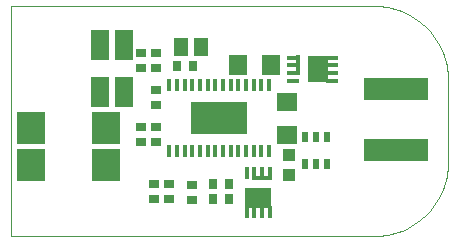
<source format=gtp>
G75*
G70*
%OFA0B0*%
%FSLAX24Y24*%
%IPPOS*%
%LPD*%
%AMOC8*
5,1,8,0,0,1.08239X$1,22.5*
%
%ADD10C,0.0000*%
%ADD11R,0.0354X0.0276*%
%ADD12R,0.0512X0.0591*%
%ADD13R,0.2165X0.0728*%
%ADD14R,0.0709X0.0630*%
%ADD15R,0.0394X0.0433*%
%ADD16R,0.0276X0.0354*%
%ADD17R,0.0945X0.1102*%
%ADD18R,0.0630X0.0709*%
%ADD19R,0.0236X0.0354*%
%ADD20R,0.0177X0.0413*%
%ADD21R,0.1870X0.1079*%
%ADD22R,0.0138X0.0394*%
%ADD23R,0.0650X0.0157*%
%ADD24R,0.0906X0.0709*%
%ADD25R,0.0394X0.0138*%
%ADD26R,0.0157X0.0650*%
%ADD27R,0.0709X0.0906*%
%ADD28R,0.0610X0.1004*%
D10*
X000100Y000101D02*
X000100Y007779D01*
X012203Y007779D01*
X012320Y007776D01*
X012437Y007768D01*
X012554Y007754D01*
X012669Y007734D01*
X012784Y007710D01*
X012897Y007679D01*
X013009Y007643D01*
X013119Y007602D01*
X013227Y007556D01*
X013332Y007505D01*
X013435Y007449D01*
X013535Y007388D01*
X013632Y007322D01*
X013726Y007252D01*
X013817Y007177D01*
X013903Y007098D01*
X013986Y007015D01*
X014065Y006929D01*
X014140Y006838D01*
X014210Y006744D01*
X014276Y006647D01*
X014337Y006547D01*
X014393Y006444D01*
X014444Y006339D01*
X014490Y006231D01*
X014531Y006121D01*
X014567Y006009D01*
X014598Y005896D01*
X014622Y005781D01*
X014642Y005666D01*
X014656Y005549D01*
X014664Y005432D01*
X014667Y005315D01*
X014667Y002566D01*
X014664Y002449D01*
X014656Y002332D01*
X014642Y002215D01*
X014622Y002100D01*
X014598Y001985D01*
X014567Y001872D01*
X014531Y001760D01*
X014490Y001650D01*
X014444Y001542D01*
X014393Y001437D01*
X014337Y001334D01*
X014276Y001234D01*
X014210Y001137D01*
X014140Y001043D01*
X014065Y000952D01*
X013986Y000866D01*
X013903Y000783D01*
X013817Y000704D01*
X013726Y000629D01*
X013632Y000559D01*
X013535Y000493D01*
X013435Y000432D01*
X013332Y000376D01*
X013227Y000325D01*
X013119Y000279D01*
X013009Y000238D01*
X012897Y000202D01*
X012784Y000171D01*
X012669Y000147D01*
X012554Y000127D01*
X012437Y000113D01*
X012320Y000105D01*
X012203Y000102D01*
X012203Y000101D02*
X000100Y000101D01*
D11*
X004874Y001332D03*
X005385Y001332D03*
X006133Y001312D03*
X006133Y001824D03*
X005385Y001844D03*
X004874Y001844D03*
X004923Y003241D03*
X004431Y003241D03*
X004431Y003753D03*
X004923Y003753D03*
X004923Y004472D03*
X004923Y004983D03*
X004923Y005702D03*
X004431Y005702D03*
X004431Y006214D03*
X004923Y006214D03*
D12*
X005769Y006401D03*
X006439Y006401D03*
D13*
X012944Y004993D03*
X012944Y002985D03*
D14*
X009313Y003485D03*
X009313Y004588D03*
D15*
X009362Y002801D03*
X009362Y002132D03*
D16*
X007354Y001853D03*
X006842Y001853D03*
X006842Y001342D03*
X007354Y001342D03*
X006163Y005761D03*
X005651Y005761D03*
D17*
X003259Y003694D03*
X003259Y002464D03*
X000779Y002464D03*
X000779Y003694D03*
D18*
X007673Y005804D03*
X008775Y005804D03*
D19*
X009903Y003412D03*
X010277Y003412D03*
X010651Y003412D03*
X010651Y002507D03*
X010277Y002507D03*
X009903Y002507D03*
D20*
X008702Y002956D03*
X008446Y002956D03*
X008191Y002956D03*
X007935Y002956D03*
X007679Y002956D03*
X007423Y002956D03*
X007167Y002956D03*
X006911Y002956D03*
X006655Y002956D03*
X006399Y002956D03*
X006143Y002956D03*
X005887Y002956D03*
X005631Y002956D03*
X005376Y002956D03*
X005376Y005141D03*
X005631Y005141D03*
X005887Y005141D03*
X006143Y005141D03*
X006399Y005141D03*
X006655Y005141D03*
X006911Y005141D03*
X007167Y005141D03*
X007423Y005141D03*
X007679Y005141D03*
X007935Y005141D03*
X008191Y005141D03*
X008446Y005141D03*
X008702Y005141D03*
D21*
X007039Y004048D03*
D22*
X007954Y002198D03*
X008210Y002198D03*
X008466Y002198D03*
X008722Y002198D03*
X008722Y000899D03*
X008466Y000899D03*
X008210Y000899D03*
X007954Y000899D03*
D23*
X008466Y002040D03*
D24*
X008338Y001375D03*
D25*
X009500Y005288D03*
X009500Y005544D03*
X009500Y005800D03*
X009500Y006056D03*
X010799Y006056D03*
X010799Y005800D03*
X010799Y005544D03*
X010799Y005288D03*
D26*
X009657Y005800D03*
D27*
X010322Y005672D03*
D28*
X003860Y004905D03*
X003053Y004905D03*
X003053Y006460D03*
X003860Y006460D03*
M02*

</source>
